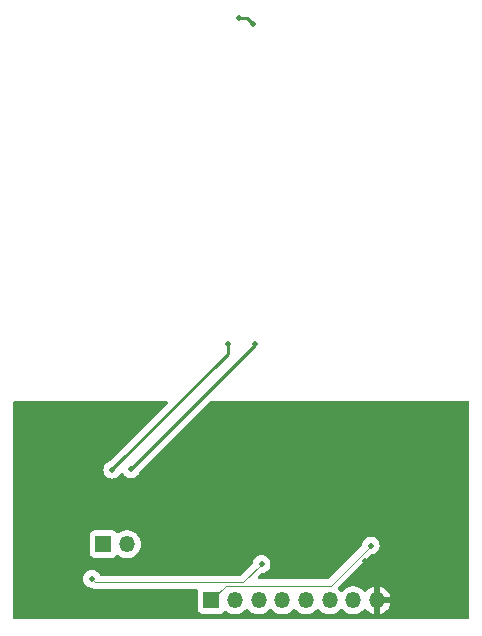
<source format=gbl>
G04 #@! TF.GenerationSoftware,KiCad,Pcbnew,7.0.9*
G04 #@! TF.CreationDate,2024-04-03T14:30:27+02:00*
G04 #@! TF.ProjectId,NFC_Programmer,4e46435f-5072-46f6-9772-616d6d65722e,3.0*
G04 #@! TF.SameCoordinates,Original*
G04 #@! TF.FileFunction,Copper,L2,Bot*
G04 #@! TF.FilePolarity,Positive*
%FSLAX46Y46*%
G04 Gerber Fmt 4.6, Leading zero omitted, Abs format (unit mm)*
G04 Created by KiCad (PCBNEW 7.0.9) date 2024-04-03 14:30:27*
%MOMM*%
%LPD*%
G01*
G04 APERTURE LIST*
G04 #@! TA.AperFunction,ComponentPad*
%ADD10R,1.350000X1.350000*%
G04 #@! TD*
G04 #@! TA.AperFunction,ComponentPad*
%ADD11O,1.350000X1.350000*%
G04 #@! TD*
G04 #@! TA.AperFunction,ViaPad*
%ADD12C,0.360000*%
G04 #@! TD*
G04 #@! TA.AperFunction,ViaPad*
%ADD13C,0.500000*%
G04 #@! TD*
G04 #@! TA.AperFunction,Conductor*
%ADD14C,0.100000*%
G04 #@! TD*
G04 #@! TA.AperFunction,Conductor*
%ADD15C,0.250000*%
G04 #@! TD*
G04 APERTURE END LIST*
D10*
X128530000Y-103060000D03*
D11*
X130530000Y-103060000D03*
D10*
X137670000Y-107810000D03*
D11*
X139670000Y-107810000D03*
X141670000Y-107810000D03*
X143670000Y-107810000D03*
X145670000Y-107810000D03*
X147670000Y-107810000D03*
X149670000Y-107810000D03*
X151670000Y-107810000D03*
D12*
X159130000Y-95860000D03*
X128970000Y-104540000D03*
X157940000Y-91280000D03*
X131870000Y-105550000D03*
X124300000Y-91250000D03*
X125190000Y-98820000D03*
X127340000Y-91240000D03*
X157250000Y-91280000D03*
X129940000Y-105570000D03*
X142640000Y-109210000D03*
X135120000Y-99770000D03*
X150620000Y-109150000D03*
X121160000Y-98970000D03*
X122870000Y-109150000D03*
X154830000Y-109120000D03*
D13*
X134251582Y-95601582D03*
D12*
X126460000Y-94700000D03*
X144350000Y-91290000D03*
X159080000Y-104020000D03*
X155130000Y-94450000D03*
X129220000Y-91250000D03*
X125190000Y-98210000D03*
X130030000Y-109160000D03*
X134590000Y-100240000D03*
X148440000Y-92230000D03*
X150480000Y-99510000D03*
X154370000Y-97580000D03*
X153610000Y-106680000D03*
X155400000Y-109120000D03*
X123600000Y-91240000D03*
X133980000Y-97190000D03*
X159130000Y-96470000D03*
X121160000Y-92260000D03*
X152660000Y-97670000D03*
X134570000Y-102480000D03*
X154960000Y-93780000D03*
X125860000Y-109180000D03*
X121170000Y-91560000D03*
X141860000Y-91280000D03*
X121120000Y-108950000D03*
X148700000Y-91290000D03*
X158550000Y-91280000D03*
X125740000Y-97180000D03*
X121130000Y-106460000D03*
X132560000Y-101260000D03*
X137450000Y-95930000D03*
X159120000Y-92860000D03*
X127700000Y-104640000D03*
X143780000Y-91290000D03*
X124910000Y-108130000D03*
X148000000Y-91280000D03*
X121160000Y-92870000D03*
X151917606Y-102411550D03*
X152920000Y-91280000D03*
X147701096Y-92221952D03*
X149280000Y-92220000D03*
X159090000Y-99740000D03*
X139410000Y-91290000D03*
X159090000Y-101530000D03*
X132820000Y-105550000D03*
X131290000Y-109180000D03*
X133790000Y-101240000D03*
X153610000Y-108460000D03*
X151890000Y-97650000D03*
X159130000Y-95290000D03*
X130870000Y-105570000D03*
X131960000Y-102880000D03*
X134570000Y-103250000D03*
X128320000Y-104550000D03*
X125250000Y-109180000D03*
X127520000Y-92500000D03*
X127740000Y-109160000D03*
X159120000Y-98960000D03*
X126610000Y-96460000D03*
X131630000Y-104040000D03*
X158390000Y-109150000D03*
X121130000Y-104670000D03*
X152310000Y-91280000D03*
X126670000Y-92870000D03*
X134560000Y-104720000D03*
X134560000Y-103940000D03*
X126440000Y-93840000D03*
X140680000Y-91280000D03*
X156070000Y-91280000D03*
X150460000Y-100300000D03*
X140020000Y-91290000D03*
X153450000Y-97640000D03*
X134950000Y-98240000D03*
X154170000Y-109120000D03*
X151364342Y-91970000D03*
X135077887Y-95174346D03*
X155410000Y-91290000D03*
X159080000Y-107150000D03*
X123410000Y-109150000D03*
X159090000Y-105270000D03*
X136980000Y-95110000D03*
X128330000Y-92550000D03*
X153140000Y-106270000D03*
X150470000Y-98680000D03*
X148720000Y-109150000D03*
X121160000Y-94050000D03*
X121810000Y-91240000D03*
D13*
X142620000Y-93280000D03*
D12*
X131010000Y-91250000D03*
X121690000Y-109150000D03*
X149880000Y-91290000D03*
X125480000Y-91250000D03*
X128310000Y-109160000D03*
X153610000Y-107250000D03*
X127050000Y-102380000D03*
X127910000Y-91240000D03*
X156550000Y-109120000D03*
X153600000Y-109120000D03*
X131820000Y-109180000D03*
X151460000Y-104220000D03*
X124910000Y-107590000D03*
X150530000Y-100960000D03*
X134950000Y-96480000D03*
X136540000Y-95870000D03*
X153540000Y-92730000D03*
X131960000Y-101650000D03*
X121130000Y-105850000D03*
X155130000Y-95290000D03*
X126400000Y-109180000D03*
X130430000Y-104500000D03*
X125760000Y-106200000D03*
X159080000Y-107760000D03*
X124910000Y-106980000D03*
X127050000Y-104100000D03*
X124910000Y-106410000D03*
X133540000Y-91240000D03*
X159090000Y-104660000D03*
X152060000Y-103740000D03*
X128800000Y-105570000D03*
X121120000Y-107160000D03*
X131160000Y-104360000D03*
X121120000Y-108340000D03*
X135620000Y-95890000D03*
X156010000Y-109120000D03*
X132850000Y-91240000D03*
X159130000Y-94680000D03*
X127050000Y-102950000D03*
X121130000Y-100360000D03*
D13*
X136820000Y-101300000D03*
D12*
X152220000Y-103020000D03*
X121120000Y-102240000D03*
X152310000Y-106410000D03*
X121160000Y-93440000D03*
X126970000Y-109180000D03*
X151740000Y-91280000D03*
X125190000Y-99360000D03*
X121130000Y-101540000D03*
X159120000Y-93430000D03*
X159090000Y-100920000D03*
X126670000Y-97160000D03*
X128970000Y-92080000D03*
D13*
X150700000Y-104480000D03*
D12*
X159080000Y-108330000D03*
X129460000Y-109160000D03*
X122420000Y-91240000D03*
X159120000Y-97780000D03*
X126540000Y-105870000D03*
X131780000Y-102240000D03*
X121160000Y-98360000D03*
X133530000Y-96280000D03*
X159090000Y-106450000D03*
X121130000Y-105280000D03*
X121120000Y-104030000D03*
X146820000Y-91280000D03*
X129780000Y-104480000D03*
X159130000Y-91550000D03*
X132280000Y-91240000D03*
X135980000Y-101650000D03*
X157120000Y-109120000D03*
X130400000Y-91250000D03*
X128520000Y-91240000D03*
X125670000Y-100350000D03*
X159080000Y-108940000D03*
X159120000Y-97170000D03*
X133210000Y-96990000D03*
X142470000Y-91280000D03*
X154800000Y-91290000D03*
X147200000Y-91900000D03*
X122990000Y-91240000D03*
X125190000Y-99930000D03*
X145600000Y-91280000D03*
X128920000Y-109160000D03*
X151070000Y-98110000D03*
X149310000Y-91290000D03*
X121130000Y-99750000D03*
X124910000Y-91250000D03*
X152170000Y-91820000D03*
X157820000Y-109150000D03*
X154230000Y-91290000D03*
X151130000Y-91280000D03*
X159090000Y-105840000D03*
X129830000Y-91250000D03*
X146210000Y-91280000D03*
X123980000Y-109150000D03*
X136880000Y-100240000D03*
X134960000Y-99050000D03*
X159090000Y-100350000D03*
X131670000Y-91240000D03*
X127100000Y-101690000D03*
X136100000Y-95140000D03*
X122260000Y-109150000D03*
X146740000Y-109170000D03*
X127050000Y-103560000D03*
X126090000Y-91250000D03*
X159120000Y-98350000D03*
X147390000Y-91280000D03*
X121170000Y-95300000D03*
X126130000Y-100790000D03*
X134890000Y-97330000D03*
X136100000Y-99920000D03*
X121160000Y-97180000D03*
X130670000Y-109180000D03*
X126610000Y-101210000D03*
X121120000Y-107770000D03*
X121170000Y-95870000D03*
X149880000Y-91890000D03*
X144960000Y-91290000D03*
X121120000Y-102850000D03*
X151124464Y-102010199D03*
X159080000Y-102230000D03*
X121120000Y-103420000D03*
X143170000Y-91290000D03*
X124910000Y-108700000D03*
X159120000Y-94040000D03*
X144710000Y-109150000D03*
X134250000Y-100770000D03*
X121130000Y-100930000D03*
X153420000Y-92190000D03*
X155210000Y-96260000D03*
D13*
X137990000Y-95230000D03*
D12*
X121170000Y-96480000D03*
X150570000Y-101750000D03*
X156680000Y-91280000D03*
X125190000Y-97640000D03*
X135060000Y-101740000D03*
X126700000Y-105300000D03*
X159080000Y-102840000D03*
X153610000Y-107890000D03*
X154390000Y-93370000D03*
X153620000Y-91290000D03*
X159120000Y-92250000D03*
X150680000Y-105400000D03*
D13*
X125870000Y-95560000D03*
D12*
X121160000Y-97790000D03*
X150700000Y-106280000D03*
X121170000Y-94690000D03*
X152140000Y-109230000D03*
D13*
X141500000Y-97570000D03*
D12*
X127050000Y-104670000D03*
X155050000Y-97220000D03*
X128250000Y-105320000D03*
X124680000Y-109180000D03*
X159080000Y-103410000D03*
X141290000Y-91280000D03*
X153610000Y-93260000D03*
X133840000Y-105540000D03*
X133130000Y-101260000D03*
X152870000Y-91870000D03*
X150690000Y-91810000D03*
X151510000Y-106310000D03*
X132400000Y-109200000D03*
X150490000Y-91290000D03*
X126730000Y-91240000D03*
X131940000Y-103530000D03*
D13*
X151160000Y-103180000D03*
X127550000Y-105990000D03*
X141910000Y-104760000D03*
X139030000Y-86150000D03*
X141370000Y-86140000D03*
X140010000Y-58550000D03*
X130850000Y-96740000D03*
X141150000Y-59040000D03*
X129280000Y-96770000D03*
D14*
X147770000Y-106570000D02*
X138910000Y-106570000D01*
X151160000Y-103180000D02*
X147770000Y-106570000D01*
X138910000Y-106570000D02*
X137670000Y-107810000D01*
X141910000Y-104760000D02*
X140380000Y-106290000D01*
X127850000Y-106290000D02*
X127550000Y-105990000D01*
X140380000Y-106290000D02*
X127850000Y-106290000D01*
D15*
X141370000Y-86140000D02*
X141370000Y-86220000D01*
X139030000Y-86150000D02*
X139030000Y-86970941D01*
X141370000Y-86220000D02*
X130850000Y-96740000D01*
X140660000Y-58550000D02*
X141150000Y-59040000D01*
X139030000Y-86970941D02*
X129280000Y-96720941D01*
X140010000Y-58550000D02*
X140660000Y-58550000D01*
X129280000Y-96720941D02*
X129280000Y-96770000D01*
G04 #@! TA.AperFunction,Conductor*
G36*
X133924027Y-90979685D02*
G01*
X133969782Y-91032489D01*
X133979726Y-91101647D01*
X133950701Y-91165203D01*
X133944669Y-91171681D01*
X129086915Y-96029433D01*
X129040190Y-96058793D01*
X128952308Y-96089544D01*
X128952300Y-96089548D01*
X128809115Y-96179518D01*
X128809109Y-96179523D01*
X128689523Y-96299109D01*
X128689518Y-96299115D01*
X128599547Y-96442302D01*
X128599545Y-96442305D01*
X128543685Y-96601943D01*
X128524751Y-96769997D01*
X128524751Y-96770002D01*
X128543685Y-96938056D01*
X128599545Y-97097694D01*
X128599547Y-97097697D01*
X128689518Y-97240884D01*
X128689523Y-97240890D01*
X128809109Y-97360476D01*
X128809115Y-97360481D01*
X128952302Y-97450452D01*
X128952305Y-97450454D01*
X128952309Y-97450455D01*
X128952310Y-97450456D01*
X129024913Y-97475860D01*
X129111943Y-97506314D01*
X129279997Y-97525249D01*
X129280000Y-97525249D01*
X129280003Y-97525249D01*
X129448056Y-97506314D01*
X129479678Y-97495249D01*
X129607690Y-97450456D01*
X129607692Y-97450454D01*
X129607694Y-97450454D01*
X129607697Y-97450452D01*
X129750884Y-97360481D01*
X129750885Y-97360480D01*
X129750890Y-97360477D01*
X129870477Y-97240890D01*
X129870481Y-97240884D01*
X129960449Y-97097702D01*
X129960450Y-97097698D01*
X129960456Y-97097690D01*
X129960459Y-97097680D01*
X129962005Y-97094472D01*
X129963565Y-97092743D01*
X129964162Y-97091794D01*
X129964328Y-97091898D01*
X130008826Y-97042611D01*
X130076252Y-97024295D01*
X130142877Y-97045340D01*
X130178721Y-97082296D01*
X130259521Y-97210888D01*
X130379109Y-97330476D01*
X130379115Y-97330481D01*
X130522302Y-97420452D01*
X130522305Y-97420454D01*
X130522309Y-97420455D01*
X130522310Y-97420456D01*
X130594913Y-97445860D01*
X130681943Y-97476314D01*
X130849997Y-97495249D01*
X130850000Y-97495249D01*
X130850003Y-97495249D01*
X131018056Y-97476314D01*
X131091954Y-97450456D01*
X131177690Y-97420456D01*
X131177692Y-97420454D01*
X131177694Y-97420454D01*
X131177697Y-97420452D01*
X131320884Y-97330481D01*
X131320885Y-97330480D01*
X131320890Y-97330477D01*
X131440477Y-97210890D01*
X131511598Y-97097702D01*
X131530452Y-97067697D01*
X131530455Y-97067692D01*
X131530456Y-97067690D01*
X131586313Y-96908059D01*
X131586313Y-96908054D01*
X131587613Y-96904341D01*
X131616972Y-96857616D01*
X137478271Y-90996319D01*
X137539594Y-90962834D01*
X137565952Y-90960000D01*
X159390500Y-90960000D01*
X159457539Y-90979685D01*
X159503294Y-91032489D01*
X159514500Y-91084000D01*
X159514500Y-109310500D01*
X159494815Y-109377539D01*
X159442011Y-109423294D01*
X159390500Y-109434500D01*
X120989500Y-109434500D01*
X120922461Y-109414815D01*
X120876706Y-109362011D01*
X120865500Y-109310500D01*
X120865500Y-105990002D01*
X126794751Y-105990002D01*
X126813685Y-106158056D01*
X126869545Y-106317694D01*
X126869547Y-106317697D01*
X126959518Y-106460884D01*
X126959523Y-106460890D01*
X127079109Y-106580476D01*
X127079115Y-106580481D01*
X127222302Y-106670452D01*
X127222308Y-106670455D01*
X127222310Y-106670456D01*
X127381941Y-106726313D01*
X127503517Y-106740011D01*
X127564560Y-106764428D01*
X127577658Y-106774361D01*
X127594353Y-106780944D01*
X127613290Y-106790351D01*
X127628618Y-106799672D01*
X127671247Y-106811616D01*
X127677263Y-106813639D01*
X127718436Y-106829876D01*
X127736287Y-106831711D01*
X127757052Y-106835657D01*
X127774335Y-106840500D01*
X127818594Y-106840500D01*
X127824935Y-106840824D01*
X127868972Y-106845352D01*
X127886656Y-106842303D01*
X127907724Y-106840500D01*
X136392068Y-106840500D01*
X136459107Y-106860185D01*
X136504862Y-106912989D01*
X136514806Y-106982147D01*
X136508251Y-107007831D01*
X136500908Y-107027517D01*
X136494501Y-107087116D01*
X136494500Y-107087135D01*
X136494500Y-108532870D01*
X136494501Y-108532876D01*
X136500908Y-108592483D01*
X136551202Y-108727328D01*
X136551206Y-108727335D01*
X136637452Y-108842544D01*
X136637455Y-108842547D01*
X136752664Y-108928793D01*
X136752671Y-108928797D01*
X136887517Y-108979091D01*
X136887516Y-108979091D01*
X136894444Y-108979835D01*
X136947127Y-108985500D01*
X138392872Y-108985499D01*
X138452483Y-108979091D01*
X138587331Y-108928796D01*
X138702546Y-108842546D01*
X138764785Y-108759404D01*
X138820718Y-108717535D01*
X138890410Y-108712551D01*
X138947588Y-108742078D01*
X138958568Y-108752088D01*
X138958570Y-108752089D01*
X138958571Y-108752090D01*
X139143786Y-108866770D01*
X139143792Y-108866773D01*
X139166664Y-108875633D01*
X139346931Y-108945470D01*
X139561074Y-108985500D01*
X139561076Y-108985500D01*
X139778924Y-108985500D01*
X139778926Y-108985500D01*
X139993069Y-108945470D01*
X140196210Y-108866772D01*
X140381432Y-108752088D01*
X140542427Y-108605322D01*
X140571047Y-108567422D01*
X140627153Y-108525787D01*
X140696865Y-108521094D01*
X140758048Y-108554836D01*
X140768946Y-108567414D01*
X140797573Y-108605322D01*
X140958568Y-108752088D01*
X140958575Y-108752092D01*
X140958576Y-108752093D01*
X141143786Y-108866770D01*
X141143792Y-108866773D01*
X141166664Y-108875633D01*
X141346931Y-108945470D01*
X141561074Y-108985500D01*
X141561076Y-108985500D01*
X141778924Y-108985500D01*
X141778926Y-108985500D01*
X141993069Y-108945470D01*
X142196210Y-108866772D01*
X142381432Y-108752088D01*
X142542427Y-108605322D01*
X142571047Y-108567422D01*
X142627153Y-108525787D01*
X142696865Y-108521094D01*
X142758048Y-108554836D01*
X142768946Y-108567414D01*
X142797573Y-108605322D01*
X142958568Y-108752088D01*
X142958575Y-108752092D01*
X142958576Y-108752093D01*
X143143786Y-108866770D01*
X143143792Y-108866773D01*
X143166664Y-108875633D01*
X143346931Y-108945470D01*
X143561074Y-108985500D01*
X143561076Y-108985500D01*
X143778924Y-108985500D01*
X143778926Y-108985500D01*
X143993069Y-108945470D01*
X144196210Y-108866772D01*
X144381432Y-108752088D01*
X144542427Y-108605322D01*
X144571047Y-108567422D01*
X144627153Y-108525787D01*
X144696865Y-108521094D01*
X144758048Y-108554836D01*
X144768946Y-108567414D01*
X144797573Y-108605322D01*
X144958568Y-108752088D01*
X144958575Y-108752092D01*
X144958576Y-108752093D01*
X145143786Y-108866770D01*
X145143792Y-108866773D01*
X145166664Y-108875633D01*
X145346931Y-108945470D01*
X145561074Y-108985500D01*
X145561076Y-108985500D01*
X145778924Y-108985500D01*
X145778926Y-108985500D01*
X145993069Y-108945470D01*
X146196210Y-108866772D01*
X146381432Y-108752088D01*
X146542427Y-108605322D01*
X146571047Y-108567422D01*
X146627153Y-108525787D01*
X146696865Y-108521094D01*
X146758048Y-108554836D01*
X146768946Y-108567414D01*
X146797573Y-108605322D01*
X146958568Y-108752088D01*
X146958575Y-108752092D01*
X146958576Y-108752093D01*
X147143786Y-108866770D01*
X147143792Y-108866773D01*
X147166664Y-108875633D01*
X147346931Y-108945470D01*
X147561074Y-108985500D01*
X147561076Y-108985500D01*
X147778924Y-108985500D01*
X147778926Y-108985500D01*
X147993069Y-108945470D01*
X148196210Y-108866772D01*
X148381432Y-108752088D01*
X148542427Y-108605322D01*
X148571047Y-108567422D01*
X148627153Y-108525787D01*
X148696865Y-108521094D01*
X148758048Y-108554836D01*
X148768946Y-108567414D01*
X148797573Y-108605322D01*
X148958568Y-108752088D01*
X148958575Y-108752092D01*
X148958576Y-108752093D01*
X149143786Y-108866770D01*
X149143792Y-108866773D01*
X149166664Y-108875633D01*
X149346931Y-108945470D01*
X149561074Y-108985500D01*
X149561076Y-108985500D01*
X149778924Y-108985500D01*
X149778926Y-108985500D01*
X149993069Y-108945470D01*
X150196210Y-108866772D01*
X150381432Y-108752088D01*
X150542427Y-108605322D01*
X150571359Y-108567009D01*
X150627465Y-108525373D01*
X150697177Y-108520680D01*
X150758360Y-108554421D01*
X150769267Y-108567009D01*
X150797942Y-108604981D01*
X150797949Y-108604989D01*
X150958868Y-108751685D01*
X151144012Y-108866322D01*
X151144023Y-108866327D01*
X151347060Y-108944984D01*
X151420000Y-108958619D01*
X151420000Y-108125686D01*
X151431955Y-108137641D01*
X151544852Y-108195165D01*
X151638519Y-108210000D01*
X151701481Y-108210000D01*
X151795148Y-108195165D01*
X151908045Y-108137641D01*
X151920000Y-108125686D01*
X151920000Y-108958619D01*
X151992939Y-108944984D01*
X152195976Y-108866327D01*
X152195987Y-108866322D01*
X152381130Y-108751685D01*
X152381131Y-108751685D01*
X152542054Y-108604985D01*
X152673284Y-108431208D01*
X152770348Y-108236280D01*
X152820505Y-108060000D01*
X151985686Y-108060000D01*
X151997641Y-108048045D01*
X152055165Y-107935148D01*
X152074986Y-107810000D01*
X152055165Y-107684852D01*
X151997641Y-107571955D01*
X151985686Y-107560000D01*
X152820505Y-107560000D01*
X152820505Y-107559999D01*
X152770348Y-107383719D01*
X152673284Y-107188791D01*
X152542054Y-107015014D01*
X152381131Y-106868314D01*
X152195987Y-106753677D01*
X152195985Y-106753676D01*
X151992931Y-106675013D01*
X151992921Y-106675010D01*
X151920001Y-106661378D01*
X151920000Y-106661379D01*
X151920000Y-107494314D01*
X151908045Y-107482359D01*
X151795148Y-107424835D01*
X151701481Y-107410000D01*
X151638519Y-107410000D01*
X151544852Y-107424835D01*
X151431955Y-107482359D01*
X151420000Y-107494314D01*
X151420000Y-106661379D01*
X151419998Y-106661378D01*
X151347078Y-106675010D01*
X151347068Y-106675013D01*
X151144014Y-106753676D01*
X151144012Y-106753677D01*
X150958869Y-106868314D01*
X150958868Y-106868314D01*
X150797945Y-107015014D01*
X150769267Y-107052990D01*
X150713157Y-107094626D01*
X150643445Y-107099317D01*
X150582264Y-107065575D01*
X150571359Y-107052990D01*
X150562547Y-107041321D01*
X150542427Y-107014678D01*
X150381432Y-106867912D01*
X150381428Y-106867909D01*
X150381423Y-106867906D01*
X150196213Y-106753229D01*
X150196207Y-106753226D01*
X150111113Y-106720260D01*
X149993069Y-106674530D01*
X149778926Y-106634500D01*
X149561074Y-106634500D01*
X149346931Y-106674530D01*
X149298130Y-106693435D01*
X149143792Y-106753226D01*
X149143786Y-106753229D01*
X148958576Y-106867906D01*
X148958566Y-106867913D01*
X148797573Y-107014676D01*
X148768953Y-107052576D01*
X148712844Y-107094211D01*
X148643132Y-107098902D01*
X148581950Y-107065159D01*
X148571047Y-107052576D01*
X148542426Y-107014676D01*
X148408969Y-106893015D01*
X148372687Y-106833304D01*
X148374448Y-106763457D01*
X148404824Y-106713699D01*
X151155551Y-103962972D01*
X151216872Y-103929489D01*
X151229347Y-103927435D01*
X151328054Y-103916314D01*
X151328057Y-103916313D01*
X151328059Y-103916313D01*
X151487690Y-103860456D01*
X151487692Y-103860454D01*
X151487694Y-103860454D01*
X151487697Y-103860452D01*
X151630884Y-103770481D01*
X151630885Y-103770480D01*
X151630890Y-103770477D01*
X151750477Y-103650890D01*
X151840452Y-103507697D01*
X151840454Y-103507694D01*
X151840454Y-103507692D01*
X151840456Y-103507690D01*
X151896313Y-103348059D01*
X151896313Y-103348058D01*
X151896314Y-103348056D01*
X151915249Y-103180002D01*
X151915249Y-103179997D01*
X151896314Y-103011943D01*
X151840454Y-102852305D01*
X151840452Y-102852302D01*
X151750481Y-102709115D01*
X151750476Y-102709109D01*
X151630890Y-102589523D01*
X151630884Y-102589518D01*
X151487697Y-102499547D01*
X151487694Y-102499545D01*
X151328056Y-102443685D01*
X151160003Y-102424751D01*
X151159997Y-102424751D01*
X150991943Y-102443685D01*
X150832305Y-102499545D01*
X150832302Y-102499547D01*
X150689115Y-102589518D01*
X150689109Y-102589523D01*
X150569523Y-102709109D01*
X150569518Y-102709115D01*
X150479547Y-102852302D01*
X150479544Y-102852307D01*
X150423685Y-103011946D01*
X150412564Y-103110651D01*
X150385497Y-103175065D01*
X150377025Y-103184448D01*
X147578294Y-105983181D01*
X147516971Y-106016666D01*
X147490613Y-106019500D01*
X141728387Y-106019500D01*
X141661348Y-105999815D01*
X141615593Y-105947011D01*
X141605649Y-105877853D01*
X141634674Y-105814297D01*
X141640697Y-105807827D01*
X141905552Y-105542971D01*
X141966871Y-105509489D01*
X141979347Y-105507435D01*
X142078054Y-105496314D01*
X142078057Y-105496313D01*
X142078059Y-105496313D01*
X142237690Y-105440456D01*
X142237692Y-105440454D01*
X142237694Y-105440454D01*
X142237697Y-105440452D01*
X142380884Y-105350481D01*
X142380885Y-105350480D01*
X142380890Y-105350477D01*
X142500477Y-105230890D01*
X142590452Y-105087697D01*
X142590454Y-105087694D01*
X142590454Y-105087692D01*
X142590456Y-105087690D01*
X142646313Y-104928059D01*
X142646313Y-104928058D01*
X142646314Y-104928056D01*
X142665249Y-104760002D01*
X142665249Y-104759997D01*
X142646314Y-104591943D01*
X142590454Y-104432305D01*
X142590452Y-104432302D01*
X142500481Y-104289115D01*
X142500476Y-104289109D01*
X142380890Y-104169523D01*
X142380884Y-104169518D01*
X142237697Y-104079547D01*
X142237694Y-104079545D01*
X142078056Y-104023685D01*
X141910003Y-104004751D01*
X141909997Y-104004751D01*
X141741943Y-104023685D01*
X141582305Y-104079545D01*
X141582302Y-104079547D01*
X141439115Y-104169518D01*
X141439109Y-104169523D01*
X141319523Y-104289109D01*
X141319518Y-104289115D01*
X141229547Y-104432302D01*
X141229544Y-104432307D01*
X141173685Y-104591946D01*
X141162564Y-104690651D01*
X141135497Y-104755065D01*
X141127025Y-104764448D01*
X140188294Y-105703181D01*
X140126971Y-105736666D01*
X140100613Y-105739500D01*
X128345449Y-105739500D01*
X128278410Y-105719815D01*
X128233859Y-105668401D01*
X128233479Y-105668585D01*
X128232803Y-105667182D01*
X128232655Y-105667011D01*
X128232320Y-105666179D01*
X128230456Y-105662308D01*
X128140481Y-105519115D01*
X128140476Y-105519109D01*
X128020890Y-105399523D01*
X128020884Y-105399518D01*
X127877697Y-105309547D01*
X127877694Y-105309545D01*
X127718056Y-105253685D01*
X127550003Y-105234751D01*
X127549997Y-105234751D01*
X127381943Y-105253685D01*
X127222305Y-105309545D01*
X127222302Y-105309547D01*
X127079115Y-105399518D01*
X127079109Y-105399523D01*
X126959523Y-105519109D01*
X126959518Y-105519115D01*
X126869547Y-105662302D01*
X126869545Y-105662305D01*
X126813685Y-105821943D01*
X126794751Y-105989997D01*
X126794751Y-105990002D01*
X120865500Y-105990002D01*
X120865500Y-103782870D01*
X127354500Y-103782870D01*
X127354501Y-103782876D01*
X127360908Y-103842483D01*
X127411202Y-103977328D01*
X127411206Y-103977335D01*
X127497452Y-104092544D01*
X127497455Y-104092547D01*
X127612664Y-104178793D01*
X127612671Y-104178797D01*
X127747517Y-104229091D01*
X127747516Y-104229091D01*
X127754444Y-104229835D01*
X127807127Y-104235500D01*
X129252872Y-104235499D01*
X129312483Y-104229091D01*
X129447331Y-104178796D01*
X129562546Y-104092546D01*
X129624785Y-104009404D01*
X129680718Y-103967535D01*
X129750410Y-103962551D01*
X129807588Y-103992078D01*
X129818568Y-104002088D01*
X129818570Y-104002089D01*
X129818571Y-104002090D01*
X130003786Y-104116770D01*
X130003792Y-104116773D01*
X130026664Y-104125633D01*
X130206931Y-104195470D01*
X130421074Y-104235500D01*
X130421076Y-104235500D01*
X130638924Y-104235500D01*
X130638926Y-104235500D01*
X130853069Y-104195470D01*
X131056210Y-104116772D01*
X131241432Y-104002088D01*
X131402427Y-103855322D01*
X131533712Y-103681472D01*
X131630817Y-103486459D01*
X131690435Y-103276923D01*
X131710536Y-103060000D01*
X131690435Y-102843077D01*
X131630817Y-102633541D01*
X131533712Y-102438528D01*
X131402427Y-102264678D01*
X131375016Y-102239690D01*
X131285996Y-102158537D01*
X131241432Y-102117912D01*
X131241428Y-102117909D01*
X131241423Y-102117906D01*
X131056213Y-102003229D01*
X131056207Y-102003226D01*
X130971113Y-101970260D01*
X130853069Y-101924530D01*
X130638926Y-101884500D01*
X130421074Y-101884500D01*
X130206931Y-101924530D01*
X130163896Y-101941202D01*
X130003792Y-102003226D01*
X130003786Y-102003229D01*
X129818565Y-102117913D01*
X129807585Y-102127923D01*
X129744780Y-102158537D01*
X129675393Y-102150336D01*
X129624785Y-102110594D01*
X129598848Y-102075948D01*
X129562546Y-102027454D01*
X129562544Y-102027453D01*
X129562544Y-102027452D01*
X129447335Y-101941206D01*
X129447328Y-101941202D01*
X129312482Y-101890908D01*
X129312483Y-101890908D01*
X129252883Y-101884501D01*
X129252881Y-101884500D01*
X129252873Y-101884500D01*
X129252864Y-101884500D01*
X127807129Y-101884500D01*
X127807123Y-101884501D01*
X127747516Y-101890908D01*
X127612671Y-101941202D01*
X127612664Y-101941206D01*
X127497455Y-102027452D01*
X127497452Y-102027455D01*
X127411206Y-102142664D01*
X127411202Y-102142671D01*
X127360908Y-102277517D01*
X127354501Y-102337116D01*
X127354500Y-102337135D01*
X127354500Y-103782870D01*
X120865500Y-103782870D01*
X120865500Y-91084000D01*
X120885185Y-91016961D01*
X120937989Y-90971206D01*
X120989500Y-90960000D01*
X133856988Y-90960000D01*
X133924027Y-90979685D01*
G37*
G04 #@! TD.AperFunction*
M02*

</source>
